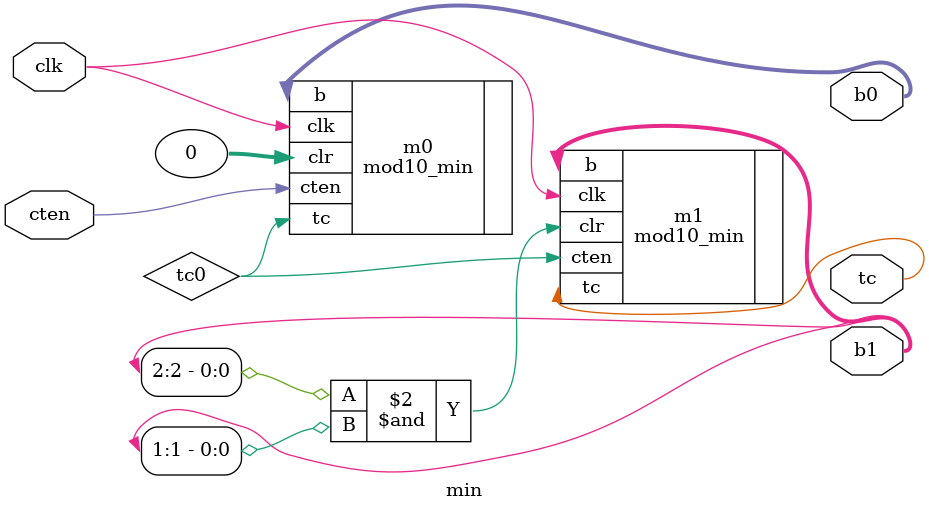
<source format=v>
`timescale 1ns / 1ps


module min(clk,cten,b0,b1,tc);
input clk,cten;
output wire [3:0]b0,b1;
output tc;
wire tc0;

mod10_min m0(.cten(cten),.clk(clk),.tc(tc0),.b(b0),.clr(0));
mod10_min m1(.cten(tc0),.clk(clk),.tc(tc),.b(b1),.clr(b1[2] & b1[1]));
endmodule

</source>
